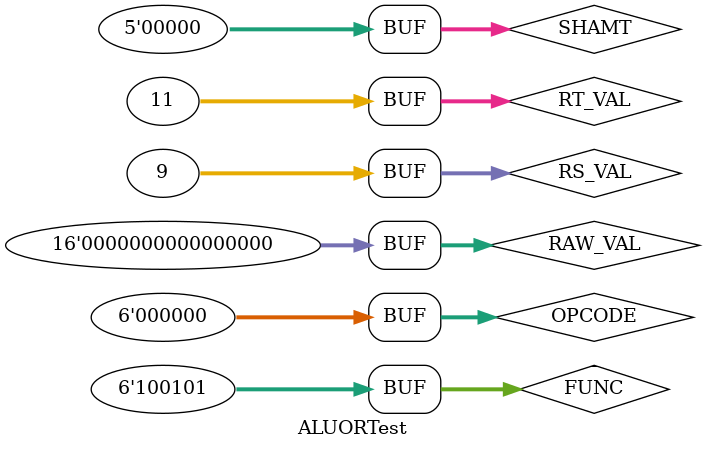
<source format=v>
`timescale 1ns / 1ps


module ALUORTest;

	// Inputs
	reg [5:0] OPCODE;
	reg [31:0] RS_VAL;
	reg [31:0] RT_VAL;
	reg [4:0] SHAMT;
	reg [5:0] FUNC;
	reg [15:0] RAW_VAL;

	// Outputs
	wire [31:0] RESULT;
	wire SIG_B;

	// Instantiate the Unit Under Test (UUT)
	ALU uut (
		.RESULT(RESULT), 
		.SIG_B(SIG_B), 
		.OPCODE(OPCODE), 
		.RS_VAL(RS_VAL), 
		.RT_VAL(RT_VAL), 
		.SHAMT(SHAMT), 
		.FUNC(FUNC), 
		.RAW_VAL(RAW_VAL)
	);

	initial begin
		// Initialize Inputs
		OPCODE = 0;
		RS_VAL = 0;
		RT_VAL = 0;
		SHAMT = 0;
		FUNC = 0;
		RAW_VAL = 0;

		// Wait 100 ns for global reset to finish
		#100;
        
		// 101 | 010 = 111
		OPCODE = 0;
		RS_VAL = 32'b101;
		RT_VAL = 32'b010;
		SHAMT = 0;
		FUNC = 6'b100101;
		RAW_VAL = 0;
		#100;
		
		// 11111 | 11111 = 11111
		OPCODE = 0;
		RS_VAL = 32'b11111;
		RT_VAL = 32'b11111;
		SHAMT = 0;
		FUNC = 6'b100101;
		RAW_VAL = 0;
		#100;

		// 1001 | 1011 = 1011
		OPCODE = 0;
		RS_VAL = 32'b1001;
		RT_VAL = 32'b1011;
		SHAMT = 0;
		FUNC = 6'b100101;
		RAW_VAL = 0;
		#100;
		

	end
      
endmodule


</source>
